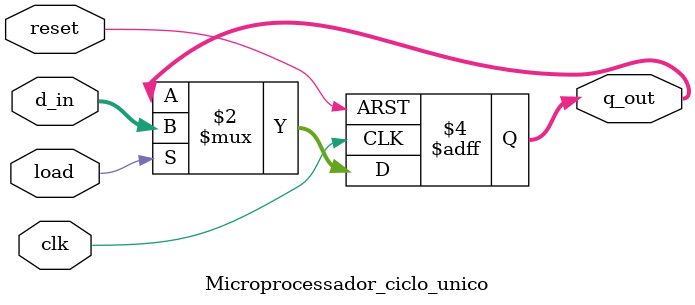
<source format=v>
module Microprocessador_ciclo_unico (
    input wire clk,          // Sinal de clock
    input wire reset,        // Sinal de reset
    input wire load,         // Sinal para carregar o valor no registrador
    input wire [7:0] d_in,   // Dados de entrada (8 bits)
    output reg [7:0] q_out   // Dados de saída (8 bits)
);

// Bloco always sensível ao clock e ao sinal de reset (reset não precisa funcionar na borda do clock)
    always @(posedge clk or posedge reset) begin
        if (reset) begin
            q_out <= 8'b0;   // Zera o registrador em caso de reset
        end else if (load) begin
            q_out <= d_in;   // Carrega o valor de entrada no registrador
        end
    end

endmodule
</source>
